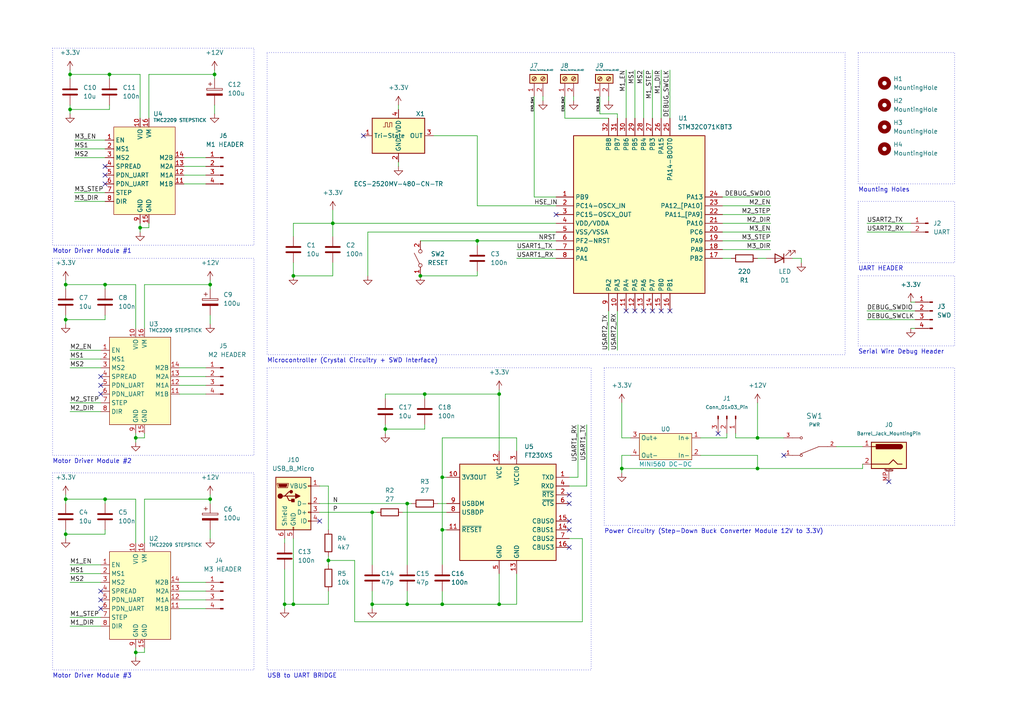
<source format=kicad_sch>
(kicad_sch (version 20230121) (generator eeschema)
  (paper "A4")
  (title_block (title "Stepper Motor Control Board") (rev "1") (company "Designers: Noah King, Junhee Lee"))
  (lib_symbols
    (symbol "Connector:Barrel_Jack_MountingPin" (pin_names hide)
      (property "Reference" "J1" (at 0 5.08 0))
      (property "Value" "Barrel_Jack_MountingPin" (at 0 -10.16 0))
      (symbol "Barrel_Jack_MountingPin_1_1"
        (text "Mounting" (at 0 -4.191 0) (effects (font (size 0.381 0.381))))
        (pin power_out line (at 7.62 2.54 180) (length 2.54) (name "~") (number "1"))
        (pin power_out line (at 7.62 -2.54 180) (length 2.54) (name "~") (number "2"))
        (pin passive line (at 0 -7.62 90) (length 3.048) (name "MountPin") (number "MP"))
      )
    )
    (symbol "Connector:Conn_01x02_Pin" (pin_names (offset 1.016) hide)
      (property "Reference" "J" (at 0 2.54 0))
      (property "Value" "Conn_01x02_Pin" (at 0 -5.08 0))
      (symbol "Conn_01x02_Pin_1_1"
        (pin passive line (at 5.08 0 180) (length 3.81) (name "Pin_1") (number "1"))
        (pin passive line (at 5.08 -2.54 180) (length 3.81) (name "Pin_2") (number "2"))
      )
    )
    (symbol "Connector:Conn_01x03_Pin" (pin_names (offset 1.016) hide)
      (property "Reference" "J" (at 0 5.08 0))
      (property "Value" "Conn_01x03_Pin" (at 0 -5.08 0))
      (symbol "Conn_01x03_Pin_1_1"
        (pin passive line (at 5.08 2.54 180) (length 3.81) (name "Pin_1") (number "1"))
        (pin passive line (at 5.08 0 180) (length 3.81) (name "Pin_2") (number "2"))
        (pin passive line (at 5.08 -2.54 180) (length 3.81) (name "Pin_3") (number "3"))
      )
    )
    (symbol "Connector:Conn_01x04_Pin" (pin_names (offset 1.016) hide)
      (property "Reference" "J" (at 0 5.08 0))
      (property "Value" "Conn_01x04_Pin" (at 0 -7.62 0))
      (symbol "Conn_01x04_Pin_1_1"
        (pin passive line (at 5.08 2.54 180) (length 3.81) (name "Pin_1") (number "1"))
        (pin passive line (at 5.08 0 180) (length 3.81) (name "Pin_2") (number "2"))
        (pin passive line (at 5.08 -2.54 180) (length 3.81) (name "Pin_3") (number "3"))
        (pin passive line (at 5.08 -5.08 180) (length 3.81) (name "Pin_4") (number "4"))
      )
    )
    (symbol "Connector:Screw_Terminal_01x02" (pin_names (offset 1.016) hide)
      (property "Reference" "J" (at 0 2.54 0))
      (property "Value" "Screw_Terminal_01x02" (at 0 -5.08 0))
      (symbol "Screw_Terminal_01x02_1_1"
        (pin passive line (at -5.08 0 0) (length 3.81) (name "Pin_1") (number "1"))
        (pin passive line (at -5.08 -2.54 0) (length 3.81) (name "Pin_2") (number "2"))
      )
    )
    (symbol "Connector:USB_B_Micro" (pin_names (offset 1.016))
      (property "Reference" "J10" (at 0 12.7 0))
      (property "Value" "USB_B_Micro" (at 0 10.16 0))
      (symbol "USB_B_Micro_1_1"
        (pin power_out line (at 7.62 5.08 180) (length 2.54) (name "VBUS") (number "1"))
        (pin bidirectional line (at 7.62 0 180) (length 2.54) (name "D-") (number "2"))
        (pin bidirectional line (at 7.62 -2.54 180) (length 2.54) (name "D+") (number "3"))
        (pin passive line (at 7.62 -5.08 180) (length 2.54) (name "ID") (number "4"))
        (pin power_out line (at 0 -10.16 90) (length 2.54) (name "GND") (number "5"))
        (pin passive line (at -2.54 -10.16 90) (length 2.54) (name "Shield") (number "6"))
      )
    )
    (symbol "Device:C" (pin_numbers hide) (pin_names (offset 0.254))
      (property "Reference" "C" (at 0.635 2.54 0))
      (property "Value" "C" (at 0.635 -2.54 0))
      (symbol "C_1_1"
        (pin passive line (at 0 3.81 270) (length 2.794) (name "~") (number "1"))
        (pin passive line (at 0 -3.81 90) (length 2.794) (name "~") (number "2"))
      )
    )
    (symbol "Device:C_Polarized" (pin_numbers hide) (pin_names (offset 0.254))
      (property "Reference" "C" (at 0.635 2.54 0))
      (property "Value" "C_Polarized" (at 0.635 -2.54 0))
      (symbol "C_Polarized_1_1"
        (pin passive line (at 0 3.81 270) (length 2.794) (name "~") (number "1"))
        (pin passive line (at 0 -3.81 90) (length 2.794) (name "~") (number "2"))
      )
    )
    (symbol "Device:LED" (pin_numbers hide) (pin_names (offset 1.016) hide)
      (property "Reference" "D" (at 0 2.54 0))
      (property "Value" "LED" (at 0 -2.54 0))
      (symbol "LED_1_1"
        (pin passive line (at -3.81 0 0) (length 2.54) (name "K") (number "1"))
        (pin passive line (at 3.81 0 180) (length 2.54) (name "A") (number "2"))
      )
    )
    (symbol "Device:R" (pin_numbers hide) (pin_names (offset 0))
      (property "Reference" "R" (at 2.032 0 90))
      (property "Value" "R" (at 0 0 90))
      (symbol "R_1_1"
        (pin passive line (at 0 3.81 270) (length 1.27) (name "~") (number "1"))
        (pin passive line (at 0 -3.81 90) (length 1.27) (name "~") (number "2"))
      )
    )
    (symbol "Interface_USB:FT230XS"
      (property "Reference" "U" (at -13.97 15.24 0))
      (property "Value" "FT230XS" (at 7.62 15.24 0))
      (symbol "FT230XS_1_1"
        (pin output line (at 17.78 10.16 180) (length 3.81) (name "TXD") (number "1"))
        (pin power_out line (at -17.78 10.16 0) (length 3.81) (name "3V3OUT") (number "10"))
        (pin input line (at -17.78 -5.08 0) (length 3.81) (name "~{RESET}") (number "11"))
        (pin power_in line (at -2.54 17.78 270) (length 3.81) (name "VCC") (number "12"))
        (pin power_in line (at 2.54 -17.78 90) (length 3.81) (name "GND") (number "13"))
        (pin bidirectional line (at 17.78 -5.08 180) (length 3.81) (name "CBUS1") (number "14"))
        (pin bidirectional line (at 17.78 -2.54 180) (length 3.81) (name "CBUS0") (number "15"))
        (pin bidirectional line (at 17.78 -10.16 180) (length 3.81) (name "CBUS3") (number "16"))
        (pin output line (at 17.78 5.08 180) (length 3.81) (name "~{RTS}") (number "2"))
        (pin power_in line (at 2.54 17.78 270) (length 3.81) (name "VCCIO") (number "3"))
        (pin input line (at 17.78 7.62 180) (length 3.81) (name "RXD") (number "4"))
        (pin power_in line (at -2.54 -17.78 90) (length 3.81) (name "GND") (number "5"))
        (pin input line (at 17.78 2.54 180) (length 3.81) (name "~{CTS}") (number "6"))
        (pin bidirectional line (at 17.78 -7.62 180) (length 3.81) (name "CBUS2") (number "7"))
        (pin bidirectional line (at -17.78 0 0) (length 3.81) (name "USBDP") (number "8"))
        (pin bidirectional line (at -17.78 2.54 0) (length 3.81) (name "USBDM") (number "9"))
      )
    )
    (symbol "Mechanical:MountingHole" (pin_names (offset 1.016))
      (property "Reference" "H" (at 0 5.08 0))
      (property "Value" "MountingHole" (at 0 3.175 0))
    )
    (symbol "Noah's Library:500SSP1S1M6QEA" (pin_names (offset 1.016))
      (property "Reference" "S" (at -2.54 5.08 0))
      (property "Value" "500SSP1S1M6QEA" (at -2.54 -5.08 0))
      (symbol "500SSP1S1M6QEA_0_0"
        (pin passive line (at 7.62 2.54 180) (length 2.54) (name "~") (number "1"))
        (pin passive line (at -7.62 0 0) (length 2.54) (name "~") (number "2"))
        (pin passive line (at 7.62 -2.54 180) (length 2.54) (name "~") (number "3"))
      )
    )
    (symbol "Noah's Library:MINI560"
      (property "Reference" "U0" (at 0 5.08 0))
      (symbol "MINI560_1_1"
        (text "MINI560 DC-DC\n" (at 0 -5.08 0) (effects (font (size 1.27 1.27))))
        (pin input line (at -10.16 2.54 0) (length 2.54) (name "In+") (number "1"))
        (pin input line (at -10.16 -2.54 0) (length 2.54) (name "In-") (number "2"))
        (pin power_out line (at 10.16 2.54 180) (length 2.54) (name "Out+") (number "3"))
        (pin power_in line (at 10.16 -2.54 180) (length 2.54) (name "Out-") (number "4"))
      )
    )
    (symbol "Noah's Library:TMC2209_STEPSTICK"
      (property "Reference" "U" (at 7.62 13.97 0))
      (symbol "TMC2209_STEPSTICK_1_1"
        (pin input line (at -11.43 8.89 0) (length 2.54) (name "EN") (number "1"))
        (pin power_in line (at -1.27 15.24 270) (length 2.54) (name "VIO") (number "10"))
        (pin output line (at 11.43 -3.81 180) (length 2.54) (name "M1B") (number "11"))
        (pin output line (at 11.43 -1.27 180) (length 2.54) (name "M1A") (number "12"))
        (pin output line (at 11.43 1.27 180) (length 2.54) (name "M2A") (number "13"))
        (pin output line (at 11.43 3.81 180) (length 2.54) (name "M2B") (number "14"))
        (pin power_in line (at 1.27 -15.24 90) (length 2.54) (name "GND") (number "15"))
        (pin power_in line (at 1.27 15.24 270) (length 2.54) (name "VM") (number "16"))
        (pin input line (at -11.43 6.35 0) (length 2.54) (name "MS1") (number "2"))
        (pin input line (at -11.43 3.81 0) (length 2.54) (name "MS2") (number "3"))
        (pin input line (at -11.43 1.27 0) (length 2.54) (name "SPREAD") (number "4"))
        (pin input line (at -11.43 -1.27 0) (length 2.54) (name "PDN_UART") (number "5"))
        (pin input line (at -11.43 -3.81 0) (length 2.54) (name "PDN_UART") (number "6"))
        (pin input line (at -11.43 -6.35 0) (length 2.54) (name "STEP") (number "7"))
        (pin input line (at -11.43 -8.89 0) (length 2.54) (name "DIR") (number "8"))
        (pin power_in line (at -1.27 -15.24 90) (length 2.54) (name "GND") (number "9"))
      )
    )
    (symbol "Oscillator:ECS-2520MV-xxx-xx"
      (property "Reference" "X" (at -5.08 6.35 0))
      (property "Value" "ECS-2520MV-xxx-xx" (at 1.27 -6.35 0))
      (symbol "ECS-2520MV-xxx-xx_1_1"
        (pin input line (at -10.16 0 0) (length 2.54) (name "Tri-State") (number "1"))
        (pin power_in line (at 0 -7.62 90) (length 2.54) (name "GND") (number "2"))
        (pin output line (at 10.16 0 180) (length 2.54) (name "OUT") (number "3"))
        (pin power_in line (at 0 7.62 270) (length 2.54) (name "VDD") (number "4"))
      )
    )
    (symbol "STM32C071KBT3:STM32C071KBT3"
      (property "Reference" "IC" (at 44.45 22.86 0))
      (property "Value" "STM32C071KBT3" (at 44.45 20.32 0))
      (symbol "STM32C071KBT3_1_1"
        (pin passive line (at 0 0 0) (length 5.08) (name "PB9") (number "1"))
        (pin passive line (at 17.78 -33.02 90) (length 5.08) (name "PA3") (number "10"))
        (pin passive line (at 20.32 -33.02 90) (length 5.08) (name "PA4") (number "11"))
        (pin passive line (at 22.86 -33.02 90) (length 5.08) (name "PA5") (number "12"))
        (pin passive line (at 25.4 -33.02 90) (length 5.08) (name "PA6") (number "13"))
        (pin passive line (at 27.94 -33.02 90) (length 5.08) (name "PA7") (number "14"))
        (pin passive line (at 30.48 -33.02 90) (length 5.08) (name "PB0") (number "15"))
        (pin passive line (at 33.02 -33.02 90) (length 5.08) (name "PB1") (number "16"))
        (pin passive line (at 48.26 -17.78 180) (length 5.08) (name "PB2") (number "17"))
        (pin passive line (at 48.26 -15.24 180) (length 5.08) (name "PA8") (number "18"))
        (pin passive line (at 48.26 -12.7 180) (length 5.08) (name "PA9") (number "19"))
        (pin passive line (at 0 -2.54 0) (length 5.08) (name "PC14-OSCX_IN") (number "2"))
        (pin passive line (at 48.26 -10.16 180) (length 5.08) (name "PC6") (number "20"))
        (pin passive line (at 48.26 -7.62 180) (length 5.08) (name "PA10") (number "21"))
        (pin passive line (at 48.26 -5.08 180) (length 5.08) (name "PA11_[PA9]") (number "22"))
        (pin passive line (at 48.26 -2.54 180) (length 5.08) (name "PA12_[PA10]") (number "23"))
        (pin passive line (at 48.26 0 180) (length 5.08) (name "PA13") (number "24"))
        (pin passive line (at 33.02 22.86 270) (length 5.08) (name "PA14-BOOT0") (number "25"))
        (pin passive line (at 30.48 22.86 270) (length 5.08) (name "PA15") (number "26"))
        (pin passive line (at 27.94 22.86 270) (length 5.08) (name "PB3") (number "27"))
        (pin passive line (at 25.4 22.86 270) (length 5.08) (name "PB4") (number "28"))
        (pin passive line (at 22.86 22.86 270) (length 5.08) (name "PB5") (number "29"))
        (pin passive line (at 0 -5.08 0) (length 5.08) (name "PC15-OSCX_OUT") (number "3"))
        (pin passive line (at 20.32 22.86 270) (length 5.08) (name "PB6") (number "30"))
        (pin passive line (at 17.78 22.86 270) (length 5.08) (name "PB7") (number "31"))
        (pin passive line (at 15.24 22.86 270) (length 5.08) (name "PB8") (number "32"))
        (pin passive line (at 0 -7.62 0) (length 5.08) (name "VDD/VDDA") (number "4"))
        (pin passive line (at 0 -10.16 0) (length 5.08) (name "VSS/VSSA") (number "5"))
        (pin passive line (at 0 -12.7 0) (length 5.08) (name "PF2-NRST") (number "6"))
        (pin passive line (at 0 -15.24 0) (length 5.08) (name "PA0") (number "7"))
        (pin passive line (at 0 -17.78 0) (length 5.08) (name "PA1") (number "8"))
        (pin passive line (at 15.24 -33.02 90) (length 5.08) (name "PA2") (number "9"))
      )
    )
    (symbol "Switch:SW_SPST" (pin_names (offset 0) hide)
      (property "Reference" "SW" (at 0 3.175 0))
      (property "Value" "SW_SPST" (at 0 -2.54 0))
      (symbol "SW_SPST_1_1"
        (pin passive line (at -5.08 0 0) (length 2.54) (name "A") (number "1"))
        (pin passive line (at 5.08 0 180) (length 2.54) (name "B") (number "2"))
      )
    )
    (symbol "power:+12V" (power) (pin_names (offset 0))
      (property "Value" "+12V" (at 0 3.556 0))
      (symbol "+12V_1_1"
        (pin power_in line (at 0 0 90) (length 0) hide (name "+12V") (number "1"))
      )
    )
    (symbol "power:+3.3V" (power) (pin_names (offset 0))
      (property "Value" "+3.3V" (at 0 3.556 0))
      (symbol "+3.3V_1_1"
        (pin power_in line (at 0 0 90) (length 0) hide (name "+3.3V") (number "1"))
      )
    )
    (symbol "power:GND" (power) (pin_names (offset 0))
      (property "Value" "GND" (at 0 -3.81 0))
      (symbol "GND_1_1"
        (pin power_in line (at 0 0 270) (length 0) hide (name "GND") (number "1"))
      )
    )
  )
  (junction (at 19.05 82.55))
  (junction (at 30.48 144.78))
  (junction (at 138.43 69.85))
  (junction (at 82.55 175.26))
  (junction (at 39.37 127))
  (junction (at 30.48 82.55))
  (junction (at 85.09 80.01))
  (junction (at 219.71 135.89))
  (junction (at 128.27 138.43))
  (junction (at 19.05 144.78))
  (junction (at 19.05 92.71))
  (junction (at 60.96 82.55))
  (junction (at 123.19 114.3))
  (junction (at 40.64 66.04))
  (junction (at 107.95 175.26))
  (junction (at 180.34 135.89))
  (junction (at 128.27 175.26))
  (junction (at 39.37 189.23))
  (junction (at 128.27 153.67))
  (junction (at 62.23 21.59))
  (junction (at 20.32 31.75))
  (junction (at 96.52 64.77))
  (junction (at 144.78 114.3))
  (junction (at 31.75 21.59))
  (junction (at 144.78 175.26))
  (junction (at 219.71 127))
  (junction (at 60.96 144.78))
  (junction (at 85.09 175.26))
  (junction (at 20.32 21.59))
  (junction (at 118.11 146.05))
  (junction (at 107.95 148.59))
  (junction (at 95.25 162.56))
  (junction (at 121.92 80.01))
  (junction (at 118.11 175.26))
  (junction (at 19.05 154.94))
  (junction (at 111.76 124.46))
  (no_connect (at 30.48 50.8))
  (no_connect (at 165.1 146.05))
  (no_connect (at 30.48 48.26))
  (no_connect (at 189.23 90.17))
  (no_connect (at 29.21 171.45))
  (no_connect (at 165.1 158.75))
  (no_connect (at 165.1 143.51))
  (no_connect (at 92.71 151.13))
  (no_connect (at 29.21 114.3))
  (no_connect (at 184.15 90.17))
  (no_connect (at 29.21 176.53))
  (no_connect (at 186.69 90.17))
  (no_connect (at 194.31 90.17))
  (no_connect (at 105.41 39.37))
  (no_connect (at 29.21 109.22))
  (no_connect (at 161.29 62.23))
  (no_connect (at 165.1 153.67))
  (no_connect (at 29.21 173.99))
  (no_connect (at 191.77 90.17))
  (no_connect (at 208.28 125.73))
  (no_connect (at 257.81 139.7))
  (no_connect (at 181.61 90.17))
  (no_connect (at 29.21 111.76))
  (no_connect (at 165.1 151.13))
  (no_connect (at 227.33 132.08))
  (no_connect (at 30.48 53.34))
  (wire (pts (xy 118.11 171.45) (xy 118.11 175.26)))
  (wire (pts (xy 19.05 154.94) (xy 19.05 156.21)))
  (wire (pts (xy 52.07 176.53) (xy 59.69 176.53)))
  (wire (pts (xy 21.59 40.64) (xy 30.48 40.64)))
  (wire (pts (xy 96.52 64.77) (xy 85.09 64.77)))
  (wire (pts (xy 30.48 144.78) (xy 39.37 144.78)))
  (wire (pts (xy 179.07 34.29) (xy 179.07 33.02)))
  (wire (pts (xy 219.71 135.89) (xy 250.19 135.89)))
  (wire (pts (xy 20.32 30.48) (xy 20.32 31.75)))
  (wire (pts (xy 213.36 127) (xy 213.36 125.73)))
  (wire (pts (xy 149.86 72.39) (xy 161.29 72.39)))
  (wire (pts (xy 149.86 74.93) (xy 161.29 74.93)))
  (wire (pts (xy 209.55 59.69) (xy 223.52 59.69)))
  (wire (pts (xy 102.87 162.56) (xy 102.87 180.34)))
  (wire (pts (xy 95.25 162.56) (xy 95.25 163.83)))
  (wire (pts (xy 107.95 163.83) (xy 107.95 148.59)))
  (wire (pts (xy 19.05 82.55) (xy 30.48 82.55)))
  (wire (pts (xy 121.92 80.01) (xy 138.43 80.01)))
  (wire (pts (xy 154.94 57.15) (xy 161.29 57.15)))
  (wire (pts (xy 118.11 146.05) (xy 118.11 163.83)))
  (wire (pts (xy 229.87 74.93) (xy 232.41 74.93)))
  (wire (pts (xy 180.34 135.89) (xy 180.34 137.16)))
  (wire (pts (xy 41.91 82.55) (xy 41.91 95.25)))
  (wire (pts (xy 106.68 80.01) (xy 106.68 67.31)))
  (wire (pts (xy 166.37 27.94) (xy 166.37 29.21)))
  (wire (pts (xy 210.82 125.73) (xy 210.82 127)))
  (wire (pts (xy 19.05 153.67) (xy 19.05 154.94)))
  (wire (pts (xy 219.71 135.89) (xy 219.71 132.08)))
  (wire (pts (xy 138.43 78.74) (xy 138.43 80.01)))
  (wire (pts (xy 209.55 69.85) (xy 223.52 69.85)))
  (wire (pts (xy 176.53 90.17) (xy 176.53 101.6)))
  (wire (pts (xy 116.84 148.59) (xy 129.54 148.59)))
  (wire (pts (xy 128.27 138.43) (xy 128.27 153.67)))
  (wire (pts (xy 96.52 64.77) (xy 96.52 68.58)))
  (wire (pts (xy 41.91 144.78) (xy 41.91 157.48)))
  (wire (pts (xy 41.91 82.55) (xy 60.96 82.55)))
  (wire (pts (xy 19.05 92.71) (xy 19.05 93.98)))
  (wire (pts (xy 219.71 116.84) (xy 219.71 127)))
  (wire (pts (xy 31.75 21.59) (xy 31.75 22.86)))
  (wire (pts (xy 60.96 153.67) (xy 60.96 156.21)))
  (wire (pts (xy 43.18 64.77) (xy 43.18 66.04)))
  (wire (pts (xy 30.48 91.44) (xy 30.48 92.71)))
  (wire (pts (xy 21.59 58.42) (xy 30.48 58.42)))
  (wire (pts (xy 168.91 156.21) (xy 168.91 180.34)))
  (wire (pts (xy 39.37 189.23) (xy 39.37 190.5)))
  (wire (pts (xy 170.18 140.97) (xy 165.1 140.97)))
  (wire (pts (xy 52.07 168.91) (xy 59.69 168.91)))
  (wire (pts (xy 95.25 161.29) (xy 95.25 162.56)))
  (wire (pts (xy 85.09 64.77) (xy 85.09 68.58)))
  (wire (pts (xy 20.32 166.37) (xy 29.21 166.37)))
  (wire (pts (xy 125.73 39.37) (xy 138.43 39.37)))
  (wire (pts (xy 95.25 162.56) (xy 102.87 162.56)))
  (wire (pts (xy 20.32 31.75) (xy 31.75 31.75)))
  (wire (pts (xy 19.05 81.28) (xy 19.05 82.55)))
  (wire (pts (xy 95.25 140.97) (xy 95.25 153.67)))
  (wire (pts (xy 111.76 124.46) (xy 123.19 124.46)))
  (wire (pts (xy 123.19 124.46) (xy 123.19 123.19)))
  (wire (pts (xy 41.91 125.73) (xy 41.91 127)))
  (wire (pts (xy 85.09 80.01) (xy 96.52 80.01)))
  (wire (pts (xy 20.32 179.07) (xy 29.21 179.07)))
  (wire (pts (xy 85.09 76.2) (xy 85.09 80.01)))
  (wire (pts (xy 107.95 148.59) (xy 109.22 148.59)))
  (wire (pts (xy 251.46 64.77) (xy 264.16 64.77)))
  (wire (pts (xy 52.07 109.22) (xy 59.69 109.22)))
  (wire (pts (xy 209.55 62.23) (xy 223.52 62.23)))
  (wire (pts (xy 209.55 72.39) (xy 223.52 72.39)))
  (wire (pts (xy 21.59 43.18) (xy 30.48 43.18)))
  (wire (pts (xy 180.34 132.08) (xy 182.88 132.08)))
  (wire (pts (xy 19.05 144.78) (xy 19.05 146.05)))
  (wire (pts (xy 31.75 21.59) (xy 40.64 21.59)))
  (wire (pts (xy 186.69 20.32) (xy 186.69 34.29)))
  (wire (pts (xy 82.55 157.48) (xy 82.55 156.21)))
  (wire (pts (xy 96.52 64.77) (xy 161.29 64.77)))
  (wire (pts (xy 184.15 20.32) (xy 184.15 34.29)))
  (wire (pts (xy 144.78 175.26) (xy 149.86 175.26)))
  (wire (pts (xy 121.92 69.85) (xy 138.43 69.85)))
  (wire (pts (xy 19.05 91.44) (xy 19.05 92.71)))
  (wire (pts (xy 128.27 175.26) (xy 118.11 175.26)))
  (wire (pts (xy 62.23 30.48) (xy 62.23 33.02)))
  (wire (pts (xy 242.57 129.54) (xy 250.19 129.54)))
  (wire (pts (xy 128.27 153.67) (xy 129.54 153.67)))
  (wire (pts (xy 107.95 175.26) (xy 118.11 175.26)))
  (wire (pts (xy 20.32 163.83) (xy 29.21 163.83)))
  (wire (pts (xy 128.27 153.67) (xy 128.27 163.83)))
  (wire (pts (xy 40.64 66.04) (xy 40.64 67.31)))
  (wire (pts (xy 19.05 82.55) (xy 19.05 83.82)))
  (wire (pts (xy 40.64 64.77) (xy 40.64 66.04)))
  (wire (pts (xy 154.94 27.94) (xy 154.94 57.15)))
  (wire (pts (xy 40.64 66.04) (xy 43.18 66.04)))
  (wire (pts (xy 60.96 144.78) (xy 60.96 146.05)))
  (wire (pts (xy 128.27 175.26) (xy 144.78 175.26)))
  (wire (pts (xy 85.09 156.21) (xy 85.09 175.26)))
  (wire (pts (xy 111.76 114.3) (xy 123.19 114.3)))
  (wire (pts (xy 180.34 127) (xy 182.88 127)))
  (wire (pts (xy 111.76 124.46) (xy 111.76 125.73)))
  (wire (pts (xy 138.43 69.85) (xy 138.43 71.12)))
  (wire (pts (xy 39.37 127) (xy 41.91 127)))
  (wire (pts (xy 82.55 165.1) (xy 82.55 175.26)))
  (wire (pts (xy 128.27 127) (xy 128.27 138.43)))
  (wire (pts (xy 123.19 114.3) (xy 144.78 114.3)))
  (wire (pts (xy 82.55 175.26) (xy 82.55 176.53)))
  (wire (pts (xy 62.23 20.32) (xy 62.23 21.59)))
  (wire (pts (xy 213.36 127) (xy 219.71 127)))
  (wire (pts (xy 60.96 143.51) (xy 60.96 144.78)))
  (wire (pts (xy 144.78 166.37) (xy 144.78 175.26)))
  (wire (pts (xy 19.05 154.94) (xy 30.48 154.94)))
  (wire (pts (xy 39.37 82.55) (xy 39.37 95.25)))
  (wire (pts (xy 20.32 31.75) (xy 20.32 33.02)))
  (wire (pts (xy 20.32 104.14) (xy 29.21 104.14)))
  (wire (pts (xy 52.07 106.68) (xy 59.69 106.68)))
  (wire (pts (xy 179.07 90.17) (xy 179.07 101.6)))
  (wire (pts (xy 60.96 82.55) (xy 60.96 83.82)))
  (wire (pts (xy 251.46 67.31) (xy 264.16 67.31)))
  (wire (pts (xy 163.83 27.94) (xy 163.83 34.29)))
  (wire (pts (xy 52.07 114.3) (xy 59.69 114.3)))
  (wire (pts (xy 219.71 127) (xy 227.33 127)))
  (wire (pts (xy 43.18 21.59) (xy 62.23 21.59)))
  (wire (pts (xy 52.07 173.99) (xy 59.69 173.99)))
  (wire (pts (xy 102.87 180.34) (xy 168.91 180.34)))
  (wire (pts (xy 115.57 30.48) (xy 115.57 31.75)))
  (wire (pts (xy 30.48 144.78) (xy 30.48 146.05)))
  (wire (pts (xy 30.48 82.55) (xy 30.48 83.82)))
  (wire (pts (xy 209.55 64.77) (xy 223.52 64.77)))
  (wire (pts (xy 53.34 53.34) (xy 59.69 53.34)))
  (wire (pts (xy 60.96 91.44) (xy 60.96 93.98)))
  (wire (pts (xy 203.2 132.08) (xy 219.71 132.08)))
  (wire (pts (xy 40.64 21.59) (xy 40.64 34.29)))
  (wire (pts (xy 180.34 132.08) (xy 180.34 135.89)))
  (wire (pts (xy 179.07 33.02) (xy 173.99 33.02)))
  (wire (pts (xy 168.91 156.21) (xy 165.1 156.21)))
  (wire (pts (xy 209.55 67.31) (xy 223.52 67.31)))
  (wire (pts (xy 41.91 187.96) (xy 41.91 189.23)))
  (wire (pts (xy 20.32 181.61) (xy 29.21 181.61)))
  (wire (pts (xy 60.96 81.28) (xy 60.96 82.55)))
  (wire (pts (xy 128.27 171.45) (xy 128.27 175.26)))
  (wire (pts (xy 149.86 130.81) (xy 149.86 127)))
  (wire (pts (xy 111.76 115.57) (xy 111.76 114.3)))
  (wire (pts (xy 167.64 138.43) (xy 165.1 138.43)))
  (wire (pts (xy 128.27 138.43) (xy 129.54 138.43)))
  (wire (pts (xy 111.76 123.19) (xy 111.76 124.46)))
  (wire (pts (xy 251.46 90.17) (xy 265.43 90.17)))
  (wire (pts (xy 107.95 175.26) (xy 107.95 176.53)))
  (wire (pts (xy 180.34 116.84) (xy 180.34 127)))
  (wire (pts (xy 95.25 171.45) (xy 95.25 175.26)))
  (wire (pts (xy 53.34 48.26) (xy 59.69 48.26)))
  (wire (pts (xy 170.18 123.19) (xy 170.18 140.97)))
  (wire (pts (xy 189.23 20.32) (xy 189.23 34.29)))
  (wire (pts (xy 20.32 20.32) (xy 20.32 21.59)))
  (wire (pts (xy 52.07 111.76) (xy 59.69 111.76)))
  (wire (pts (xy 41.91 144.78) (xy 60.96 144.78)))
  (wire (pts (xy 53.34 50.8) (xy 59.69 50.8)))
  (wire (pts (xy 53.34 45.72) (xy 59.69 45.72)))
  (wire (pts (xy 144.78 114.3) (xy 144.78 130.81)))
  (wire (pts (xy 20.32 21.59) (xy 31.75 21.59)))
  (wire (pts (xy 20.32 21.59) (xy 20.32 22.86)))
  (wire (pts (xy 264.16 95.25) (xy 265.43 95.25)))
  (wire (pts (xy 138.43 69.85) (xy 161.29 69.85)))
  (wire (pts (xy 138.43 59.69) (xy 161.29 59.69)))
  (wire (pts (xy 194.31 20.32) (xy 194.31 34.29)))
  (wire (pts (xy 43.18 21.59) (xy 43.18 34.29)))
  (wire (pts (xy 92.71 146.05) (xy 118.11 146.05)))
  (wire (pts (xy 203.2 127) (xy 210.82 127)))
  (wire (pts (xy 21.59 55.88) (xy 30.48 55.88)))
  (wire (pts (xy 232.41 74.93) (xy 232.41 76.2)))
  (wire (pts (xy 264.16 87.63) (xy 265.43 87.63)))
  (wire (pts (xy 115.57 46.99) (xy 115.57 48.26)))
  (wire (pts (xy 20.32 116.84) (xy 29.21 116.84)))
  (wire (pts (xy 31.75 30.48) (xy 31.75 31.75)))
  (wire (pts (xy 149.86 175.26) (xy 149.86 166.37)))
  (wire (pts (xy 209.55 57.15) (xy 223.52 57.15)))
  (wire (pts (xy 118.11 146.05) (xy 119.38 146.05)))
  (wire (pts (xy 209.55 74.93) (xy 212.09 74.93)))
  (wire (pts (xy 191.77 20.32) (xy 191.77 34.29)))
  (wire (pts (xy 180.34 135.89) (xy 219.71 135.89)))
  (wire (pts (xy 62.23 21.59) (xy 62.23 22.86)))
  (wire (pts (xy 95.25 175.26) (xy 85.09 175.26)))
  (wire (pts (xy 250.19 134.62) (xy 250.19 135.89)))
  (wire (pts (xy 251.46 92.71) (xy 265.43 92.71)))
  (wire (pts (xy 176.53 27.94) (xy 176.53 29.21)))
  (wire (pts (xy 123.19 114.3) (xy 123.19 115.57)))
  (wire (pts (xy 20.32 168.91) (xy 29.21 168.91)))
  (wire (pts (xy 144.78 113.03) (xy 144.78 114.3)))
  (wire (pts (xy 149.86 127) (xy 128.27 127)))
  (wire (pts (xy 20.32 101.6) (xy 29.21 101.6)))
  (wire (pts (xy 20.32 106.68) (xy 29.21 106.68)))
  (wire (pts (xy 39.37 144.78) (xy 39.37 157.48)))
  (wire (pts (xy 96.52 60.96) (xy 96.52 64.77)))
  (wire (pts (xy 92.71 148.59) (xy 107.95 148.59)))
  (wire (pts (xy 39.37 187.96) (xy 39.37 189.23)))
  (wire (pts (xy 30.48 82.55) (xy 39.37 82.55)))
  (wire (pts (xy 39.37 127) (xy 39.37 128.27)))
  (wire (pts (xy 85.09 175.26) (xy 82.55 175.26)))
  (wire (pts (xy 19.05 143.51) (xy 19.05 144.78)))
  (wire (pts (xy 167.64 123.19) (xy 167.64 138.43)))
  (wire (pts (xy 157.48 27.94) (xy 157.48 29.21)))
  (wire (pts (xy 21.59 45.72) (xy 30.48 45.72)))
  (wire (pts (xy 173.99 33.02) (xy 173.99 27.94)))
  (wire (pts (xy 106.68 67.31) (xy 161.29 67.31)))
  (wire (pts (xy 19.05 144.78) (xy 30.48 144.78)))
  (wire (pts (xy 20.32 119.38) (xy 29.21 119.38)))
  (wire (pts (xy 52.07 171.45) (xy 59.69 171.45)))
  (wire (pts (xy 181.61 20.32) (xy 181.61 34.29)))
  (wire (pts (xy 127 146.05) (xy 129.54 146.05)))
  (wire (pts (xy 39.37 125.73) (xy 39.37 127)))
  (wire (pts (xy 163.83 34.29) (xy 176.53 34.29)))
  (wire (pts (xy 138.43 39.37) (xy 138.43 59.69)))
  (wire (pts (xy 107.95 171.45) (xy 107.95 175.26)))
  (wire (pts (xy 219.71 74.93) (xy 222.25 74.93)))
  (wire (pts (xy 39.37 189.23) (xy 41.91 189.23)))
  (wire (pts (xy 30.48 153.67) (xy 30.48 154.94)))
  (wire (pts (xy 92.71 140.97) (xy 95.25 140.97)))
  (wire (pts (xy 96.52 80.01) (xy 96.52 76.2)))
  (wire (pts (xy 19.05 92.71) (xy 30.48 92.71)))
  (rectangle (start 15.24 74.93) (end 73.66 132.08) (stroke (width 0) (type dot)))
  (rectangle (start 15.24 13.97) (end 73.66 71.12) (stroke (width 0) (type dot)))
  (rectangle (start 248.92 15.24) (end 276.86 53.34) (stroke (width 0) (type dot)))
  (rectangle (start 15.24 137.16) (end 73.66 194.31) (stroke (width 0) (type dot)))
  (rectangle (start 175.26 106.68) (end 276.86 152.4) (stroke (width 0) (type dot)))
  (rectangle (start 248.92 80.01) (end 276.86 100.33) (stroke (width 0) (type dot)))
  (rectangle (start 248.92 58.42) (end 276.86 76.2) (stroke (width 0) (type dot)))
  (rectangle (start 77.47 15.24) (end 245.11 102.87) (stroke (width 0) (type dot)))
  (rectangle (start 77.47 106.68) (end 171.45 194.31) (stroke (width 0) (type dot)))
  (text "Motor Driver Module #2\n" (at 15.24 134.62 0) (effects (font (size 1.27 1.27)) (justify left bottom)))
  (text "UART HEADER\n" (at 248.92 78.74 0) (effects (font (size 1.27 1.27)) (justify left bottom)))
  (text "Serial Wire Debug Header" (at 248.92 102.87 0) (effects (font (size 1.27 1.27)) (justify left bottom)))
  (text "Motor Driver Module #1\n" (at 15.24 73.66 0) (effects (font (size 1.27 1.27)) (justify left bottom)))
  (text "Power Circuitry (Step-Down Buck Converter Module 12V to 3.3V)" (at 175.26 154.94 0) (effects (font (size 1.27 1.27)) (justify left bottom)))
  (text "USB to UART BRIDGE\n" (at 77.47 196.85 0) (effects (font (size 1.27 1.27)) (justify left bottom)))
  (text "Mounting Holes\n" (at 248.92 55.88 0) (effects (font (size 1.27 1.27)) (justify left bottom)))
  (text "Microcontroller (Crystal Circuitry + SWD Interface)" (at 77.47 105.41 0) (effects (font (size 1.27 1.27)) (justify left bottom)))
  (text "Motor Driver Module #3" (at 15.24 196.85 0) (effects (font (size 1.27 1.27)) (justify left bottom)))
  (label "MS1" (at 20.32 166.37 0))
  (label "END_SW1" (at 154.94 27.94 270) (effects (font (size 0.635 0.635))))
  (label "HSE_IN" (at 154.94 59.69 0))
  (label "M3_STEP" (at 223.52 69.85 180))
  (label "P" (at 96.52 148.59 0))
  (label "M2_DIR" (at 223.52 64.77 180))
  (label "MS1" (at 20.32 104.14 0))
  (label "USART2_TX" (at 251.46 64.77 0))
  (label "USART2_RX" (at 179.07 101.6 90))
  (label "M3_DIR" (at 21.59 58.42 0))
  (label "M1_DIR" (at 20.32 181.61 0))
  (label "M2_EN" (at 223.52 59.69 180))
  (label "M1_STEP" (at 189.23 20.32 270))
  (label "USART1_TX" (at 149.86 72.39 0))
  (label "USART2_TX" (at 176.53 101.6 90))
  (label "USART1_TX" (at 170.18 123.19 270))
  (label "END_SW2" (at 163.83 27.94 270) (effects (font (size 0.635 0.635))))
  (label "END_SW3" (at 173.99 27.94 270) (effects (font (size 0.635 0.635))))
  (label "M3_DIR" (at 223.52 72.39 180))
  (label "M1_STEP" (at 20.32 179.07 0))
  (label "M3_EN" (at 21.59 40.64 0))
  (label "USART2_RX" (at 251.46 67.31 0))
  (label "USART1_RX" (at 167.64 123.19 270))
  (label "M2_STEP" (at 223.52 62.23 180))
  (label "M2_DIR" (at 20.32 119.38 0))
  (label "MS2" (at 21.59 45.72 0))
  (label "M3_EN" (at 223.52 67.31 180))
  (label "N" (at 96.52 146.05 0))
  (label "DEBUG_SWCLK" (at 194.31 20.32 270))
  (label "DEBUG_SWDIO" (at 251.46 90.17 0))
  (label "MS2" (at 186.69 20.32 270))
  (label "MS2" (at 20.32 106.68 0))
  (label "MS1" (at 21.59 43.18 0))
  (label "MS2" (at 20.32 168.91 0))
  (label "M2_EN" (at 20.32 101.6 0))
  (label "M1_EN" (at 181.61 20.32 270))
  (label "M1_DIR" (at 191.77 20.32 270))
  (label "DEBUG_SWDIO" (at 223.52 57.15 180))
  (label "DEBUG_SWCLK" (at 251.46 92.71 0))
  (label "M1_EN" (at 20.32 163.83 0))
  (label "M3_STEP" (at 21.59 55.88 0))
  (label "NRST" (at 156.21 69.85 0))
  (label "MS1" (at 184.15 20.32 270))
  (label "M2_STEP" (at 20.32 116.84 0))
  (label "USART1_RX" (at 149.86 74.93 0))
  (symbol (lib_id "Noah's Library:MINI560") (at 193.04 129.54 0) (mirror y) (unit 1)
    (property "Reference" "U0" (at 193.04 124.46 0))
    (property "Value" "MINI-560 DC-DC" (effects hide))
    (property "Footprint" "Noah's Library:MINI-560" (effects hide))
  )
  (symbol (lib_id "Connector:Screw_Terminal_01x02") (at 173.99 22.86 90) (unit 1)
    (property "Reference" "J9" (at 172.72 19.05 90) (effects (justify right)))
    (property "Value" "Screw_Terminal_01x02" (at 172.72 20.32 90) (effects (font (size 0.4 0.4)) (justify right)))
    (property "Footprint" "TerminalBlock_Phoenix:TerminalBlock_Phoenix_MPT-0,5-2-2.54_1x02_P2.54mm_Horizontal" (effects hide))
  )
  (symbol (lib_id "Device:C") (at 82.55 161.29 0) (unit 1)
    (property "Reference" "C13" (at 86.36 160.02 0) (effects (justify left)))
    (property "Value" "100n" (at 86.36 162.56 0) (effects (justify left)))
    (property "Footprint" "Capacitor_SMD:C_0603_1608Metric" (effects hide))
  )
  (symbol (lib_id "Device:C") (at 123.19 119.38 0) (unit 1)
    (property "Reference" "C18" (at 127 118.11 0) (effects (justify left)))
    (property "Value" "100n" (at 127 120.65 0) (effects (justify left)))
    (property "Footprint" "Capacitor_SMD:C_0603_1608Metric" (effects hide))
  )
  (symbol (lib_id "power:GND") (at 19.05 93.98 0) (unit 1)
    (property "Reference" "#PWR019" (effects hide))
    (property "Value" "GND" (effects hide))
  )
  (symbol (lib_id "power:GND") (at 166.37 29.21 0) (unit 1)
    (property "Reference" "#PWR032" (effects hide))
    (property "Value" "GND" (effects hide))
  )
  (symbol (lib_id "power:+3.3V") (at 20.32 20.32 0) (unit 1)
    (property "Reference" "#PWR015" (effects hide))
    (property "Value" "+3.3V" (at 20.32 15.24 0))
  )
  (symbol (lib_id "power:GND") (at 39.37 190.5 0) (unit 1)
    (property "Reference" "#PWR025" (effects hide))
    (property "Value" "GND" (effects hide))
  )
  (symbol (lib_id "power:GND") (at 107.95 176.53 0) (unit 1)
    (property "Reference" "#PWR033" (effects hide))
    (property "Value" "GND" (effects hide))
  )
  (symbol (lib_id "power:+12V") (at 60.96 143.51 0) (unit 1)
    (property "Reference" "#PWR026" (effects hide))
    (property "Value" "+12V" (at 60.96 138.43 0))
  )
  (symbol (lib_id "power:GND") (at 106.68 80.01 0) (unit 1)
    (property "Reference" "#PWR01" (effects hide))
    (property "Value" "GND" (effects hide))
  )
  (symbol (lib_id "Device:R") (at 123.19 146.05 90) (unit 1)
    (property "Reference" "R3" (at 123.19 139.7 90))
    (property "Value" "27" (at 123.19 142.24 90))
    (property "Footprint" "Resistor_SMD:R_0603_1608Metric" (effects hide))
  )
  (symbol (lib_id "Device:C_Polarized") (at 62.23 26.67 0) (unit 1)
    (property "Reference" "C12" (at 66.04 24.511 0) (effects (justify left)))
    (property "Value" "100u" (at 66.04 27.051 0) (effects (justify left)))
    (property "Footprint" "Noah's Library:50YXJ100MT78X11.5" (effects hide))
  )
  (symbol (lib_id "Device:C") (at 30.48 87.63 0) (unit 1)
    (property "Reference" "C8" (at 34.29 86.36 0) (effects (justify left)))
    (property "Value" "100n" (at 34.29 88.9 0) (effects (justify left)))
    (property "Footprint" "Capacitor_SMD:C_0603_1608Metric" (effects hide))
  )
  (symbol (lib_id "Device:C") (at 20.32 26.67 0) (unit 1)
    (property "Reference" "C10" (at 24.13 25.4 0) (effects (justify left)))
    (property "Value" "10u" (at 24.13 27.94 0) (effects (justify left)))
    (property "Footprint" "Capacitor_SMD:C_1206_3216Metric_Pad1.33x1.80mm_HandSolder" (effects hide))
  )
  (symbol (lib_id "power:GND") (at 60.96 93.98 0) (unit 1)
    (property "Reference" "#PWR022" (effects hide))
    (property "Value" "GND" (effects hide))
  )
  (symbol (lib_id "Connector:Conn_01x04_Pin") (at 64.77 171.45 0) (mirror y) (unit 1)
    (property "Reference" "J4" (at 63.5 162.56 0))
    (property "Value" "M3 HEADER" (at 59.055 165.1 0) (effects (justify right)))
    (property "Footprint" "Connector_PinHeader_2.54mm:PinHeader_1x04_P2.54mm_Vertical" (effects hide))
  )
  (symbol (lib_id "Noah's Library:TMC2209_STEPSTICK") (at 40.64 172.72 0) (unit 1)
    (property "Reference" "U2" (at 43.18 156.21 0) (effects (justify left)))
    (property "Value" "TMC2209 STEPSTICK" (at 43.18 157.48 0) (effects (font (size 1 1)) (justify left top)))
    (property "Footprint" "Noah's Library:TMC-2209_Stepstick" (effects hide))
  )
  (symbol (lib_id "power:GND") (at 264.16 95.25 0) (unit 1)
    (property "Reference" "#PWR08" (effects hide))
    (property "Value" "GND" (effects hide))
  )
  (symbol (lib_id "power:+3.3V") (at 264.16 87.63 0) (unit 1)
    (property "Reference" "#PWR05" (effects hide))
    (property "Value" "+3.3V" (at 264.16 82.55 0))
  )
  (symbol (lib_id "Mechanical:MountingHole") (at 256.54 43.18 0) (unit 1)
    (property "Reference" "H4" (at 259.08 41.91 0) (effects (justify left)))
    (property "Value" "MountingHole" (at 259.08 44.45 0) (effects (justify left)))
    (property "Footprint" "MountingHole:MountingHole_3.2mm_M3" (effects hide))
  )
  (symbol (lib_id "Device:C") (at 19.05 149.86 0) (unit 1)
    (property "Reference" "C4" (at 22.86 148.59 0) (effects (justify left)))
    (property "Value" "10u" (at 22.86 151.13 0) (effects (justify left)))
    (property "Footprint" "Capacitor_SMD:C_1206_3216Metric_Pad1.33x1.80mm_HandSolder" (effects hide))
  )
  (symbol (lib_id "Connector:Screw_Terminal_01x02") (at 163.83 22.86 90) (unit 1)
    (property "Reference" "J8" (at 162.56 19.05 90) (effects (justify right)))
    (property "Value" "Screw_Terminal_01x02" (at 162.56 20.32 90) (effects (font (size 0.4 0.4)) (justify right)))
    (property "Footprint" "TerminalBlock_Phoenix:TerminalBlock_Phoenix_MPT-0,5-2-2.54_1x02_P2.54mm_Horizontal" (effects hide))
  )
  (symbol (lib_id "power:GND") (at 62.23 33.02 0) (unit 1)
    (property "Reference" "#PWR013" (effects hide))
    (property "Value" "GND" (effects hide))
  )
  (symbol (lib_id "power:GND") (at 82.55 176.53 0) (unit 1)
    (property "Reference" "#PWR04" (effects hide))
    (property "Value" "GND" (effects hide))
  )
  (symbol (lib_id "power:GND") (at 40.64 67.31 0) (unit 1)
    (property "Reference" "#PWR017" (effects hide))
    (property "Value" "GND" (effects hide))
  )
  (symbol (lib_id "Mechanical:MountingHole") (at 256.54 30.48 0) (unit 1)
    (property "Reference" "H2" (at 259.08 29.21 0) (effects (justify left)))
    (property "Value" "MountingHole" (at 259.08 31.75 0) (effects (justify left)))
    (property "Footprint" "MountingHole:MountingHole_3.2mm_M3" (effects hide))
  )
  (symbol (lib_id "Device:C") (at 30.48 149.86 0) (unit 1)
    (property "Reference" "C5" (at 34.29 148.59 0) (effects (justify left)))
    (property "Value" "100n" (at 34.29 151.13 0) (effects (justify left)))
    (property "Footprint" "Capacitor_SMD:C_0603_1608Metric" (effects hide))
  )
  (symbol (lib_id "Connector:Conn_01x04_Pin") (at 64.77 109.22 0) (mirror y) (unit 1)
    (property "Reference" "J5" (at 64.77 100.33 0))
    (property "Value" "M2 HEADER" (at 60.325 102.87 0) (effects (justify right)))
    (property "Footprint" "Connector_PinHeader_2.54mm:PinHeader_1x04_P2.54mm_Vertical" (effects hide))
  )
  (symbol (lib_id "power:+3.3V") (at 144.78 113.03 0) (unit 1)
    (property "Reference" "#PWR06" (effects hide))
    (property "Value" "+3.3V" (at 144.78 107.95 0))
  )
  (symbol (lib_id "Connector:Conn_01x04_Pin") (at 64.77 48.26 0) (mirror y) (unit 1)
    (property "Reference" "J6" (at 64.77 39.37 0))
    (property "Value" "M1 HEADER" (at 59.69 41.91 0) (effects (justify right)))
    (property "Footprint" "Connector_PinHeader_2.54mm:PinHeader_1x04_P2.54mm_Vertical" (effects hide))
  )
  (symbol (lib_id "Oscillator:ECS-2520MV-xxx-xx") (at 115.57 39.37 0) (unit 1)
    (property "Reference" "X1" (at 121.92 33.02 0))
    (property "Value" "ECS-2520MV-480-CN-TR" (at 115.57 53.34 0))
    (property "Footprint" "Oscillator:Oscillator_SMD_ECS_2520MV-xxx-xx-4Pin_2.5x2.0mm" (effects hide))
    (property "Datasheet" "https://www.ecsxtal.com/store/pdf/ECS-2520MV.pdf" (effects hide))
  )
  (symbol (lib_id "power:+3.3V") (at 96.52 60.96 0) (unit 1)
    (property "Reference" "#PWR02" (effects hide))
    (property "Value" "+3.3V" (at 96.52 55.88 0))
  )
  (symbol (lib_id "Connector:Conn_01x02_Pin") (at 269.24 64.77 0) (mirror y) (unit 1)
    (property "Reference" "J2" (at 273.05 64.77 0) (effects (justify left)))
    (property "Value" "UART" (at 275.59 67.31 0) (effects (justify left)))
    (property "Footprint" "Connector_PinHeader_2.54mm:PinHeader_1x02_P2.54mm_Vertical" (effects hide))
  )
  (symbol (lib_id "Device:C") (at 85.09 72.39 0) (unit 1)
    (property "Reference" "C1" (at 88.9 71.12 0) (effects (justify left)))
    (property "Value" "10u" (at 88.9 73.66 0) (effects (justify left)))
    (property "Footprint" "Capacitor_SMD:C_1206_3216Metric_Pad1.33x1.80mm_HandSolder" (effects hide))
  )
  (symbol (lib_id "Interface_USB:FT230XS") (at 147.32 148.59 0) (unit 1)
    (property "Reference" "U5" (at 152.0541 129.54 0) (effects (justify left)))
    (property "Value" "FT230XS" (at 152.0541 132.08 0) (effects (justify left)))
    (property "Footprint" "Package_SO:SSOP-16_3.9x4.9mm_P0.635mm" (effects hide))
    (property "Datasheet" "https://www.ftdichip.com/Support/Documents/DataSheets/ICs/DS_FT230X.pdf" (effects hide))
  )
  (symbol (lib_id "power:+12V") (at 62.23 20.32 0) (unit 1)
    (property "Reference" "#PWR016" (effects hide))
    (property "Value" "+12V" (at 62.23 15.24 0))
  )
  (symbol (lib_id "Noah's Library:TMC2209_STEPSTICK") (at 40.64 110.49 0) (unit 1)
    (property "Reference" "U3" (at 43.18 93.98 0) (effects (justify left)))
    (property "Value" "TMC2209 STEPSTICK" (at 43.18 95.25 0) (effects (font (size 1 1)) (justify left top)))
    (property "Footprint" "Noah's Library:TMC-2209_Stepstick" (effects hide))
  )
  (symbol (lib_id "Connector:Conn_01x03_Pin") (at 210.82 120.65 270) (unit 1)
    (property "Reference" "J1" (at 210.82 115.57 90))
    (property "Value" "Conn_01x03_Pin" (at 210.82 118.11 90) (effects (font (size 1 1))))
    (property "Footprint" "Connector_PinHeader_2.54mm:PinHeader_1x03_P2.54mm_Vertical" (effects hide))
  )
  (symbol (lib_id "power:GND") (at 111.76 125.73 0) (unit 1)
    (property "Reference" "#PWR034" (effects hide))
    (property "Value" "GND" (effects hide))
  )
  (symbol (lib_id "Noah's Library:500SSP1S1M6QEA") (at 234.95 129.54 180) (unit 1)
    (property "Reference" "SW1" (at 236.22 120.65 0) (effects (font (size 1.524 1.524))))
    (property "Value" "PWR" (at 236.22 123.19 0) (effects (font (size 1 1))))
    (property "Footprint" "Noah's Library:SW_500SSP1S1M6QEA" (effects hide))
    (property "Datasheet" "500SSP1S2M2QEA" (effects hide))
    (property "PARTREV" "D" (effects hide))
    (property "SNAPEDA_PN" "500SSP1S1M6QEA" (effects hide))
    (property "STANDARD" "Manufacturer Recommendations" (effects hide))
    (property "MAXIMUM_PACKAGE_HEIGHT" "6.6 mm" (effects hide))
    (property "MANUFACTURER" "E-Switch" (effects hide))
  )
  (symbol (lib_id "power:+12V") (at 60.96 81.28 0) (unit 1)
    (property "Reference" "#PWR021" (effects hide))
    (property "Value" "+12V" (at 60.96 76.2 0))
  )
  (symbol (lib_id "power:+3.3V") (at 115.57 30.48 0) (unit 1)
    (property "Reference" "#PWR07" (effects hide))
    (property "Value" "+3.3V" (at 115.57 25.4 0))
  )
  (symbol (lib_id "power:GND") (at 85.09 80.01 0) (unit 1)
    (property "Reference" "#PWR03" (effects hide))
    (property "Value" "GND" (effects hide))
  )
  (symbol (lib_id "Connector:Conn_01x04_Pin") (at 270.51 90.17 0) (mirror y) (unit 1)
    (property "Reference" "J3" (at 273.05 88.9 0))
    (property "Value" "SWD" (at 271.78 91.44 0) (effects (justify right)))
    (property "Footprint" "Connector_PinHeader_2.54mm:PinHeader_1x04_P2.54mm_Vertical" (effects hide))
  )
  (symbol (lib_id "power:+12V") (at 219.71 116.84 0) (unit 1)
    (property "Reference" "#PWR012" (effects hide))
    (property "Value" "+12V" (at 219.71 111.76 0))
  )
  (symbol (lib_id "Device:C_Polarized") (at 60.96 149.86 0) (unit 1)
    (property "Reference" "C6" (at 64.77 147.701 0) (effects (justify left)))
    (property "Value" "100u" (at 64.77 150.241 0) (effects (justify left)))
    (property "Footprint" "Noah's Library:50YXJ100MT78X11.5" (effects hide))
  )
  (symbol (lib_id "Device:LED") (at 226.06 74.93 180) (unit 1)
    (property "Reference" "D1" (at 227.6475 81.28 0))
    (property "Value" "LED" (at 227.6475 78.74 0))
    (property "Footprint" "LED_SMD:LED_1206_3216Metric" (effects hide))
  )
  (symbol (lib_id "Device:C") (at 118.11 167.64 0) (unit 1)
    (property "Reference" "C15" (at 120.65 166.37 0) (effects (justify left)))
    (property "Value" "47p" (at 120.65 168.91 0) (effects (justify left)))
    (property "Footprint" "Capacitor_SMD:C_0603_1608Metric" (effects hide))
  )
  (symbol (lib_id "power:GND") (at 176.53 29.21 0) (unit 1)
    (property "Reference" "#PWR029" (effects hide))
    (property "Value" "GND" (effects hide))
  )
  (symbol (lib_id "Connector:USB_B_Micro") (at 85.09 146.05 0) (unit 1)
    (property "Reference" "J10" (at 85.09 133.35 0))
    (property "Value" "USB_B_Micro" (at 85.09 135.89 0))
    (property "Footprint" "Connector_USB:USB_Micro-B_Amphenol_10118193-0001LF_Horizontal" (effects hide))
  )
  (symbol (lib_id "Device:C") (at 19.05 87.63 0) (unit 1)
    (property "Reference" "C7" (at 22.86 86.36 0) (effects (justify left)))
    (property "Value" "10u" (at 22.86 88.9 0) (effects (justify left)))
    (property "Footprint" "Capacitor_SMD:C_1206_3216Metric_Pad1.33x1.80mm_HandSolder" (effects hide))
  )
  (symbol (lib_id "Device:R") (at 215.9 74.93 270) (unit 1)
    (property "Reference" "R1" (at 215.9 81.28 90))
    (property "Value" "220" (at 215.9 78.74 90))
    (property "Footprint" "Resistor_SMD:R_0603_1608Metric" (effects hide))
  )
  (symbol (lib_id "Noah's Library:TMC2209_STEPSTICK") (at 41.91 49.53 0) (unit 1)
    (property "Reference" "U4" (at 44.45 33.02 0) (effects (justify left)))
    (property "Value" "TMC2209 STEPSTICK" (at 44.45 34.29 0) (effects (font (size 1 1)) (justify left top)))
    (property "Footprint" "Noah's Library:TMC-2209_Stepstick" (effects hide))
  )
  (symbol (lib_id "power:+3.3V") (at 19.05 143.51 0) (unit 1)
    (property "Reference" "#PWR023" (effects hide))
    (property "Value" "+3.3V" (at 19.05 138.43 0))
  )
  (symbol (lib_id "Mechanical:MountingHole") (at 256.54 24.13 0) (unit 1)
    (property "Reference" "H1" (at 259.08 22.86 0) (effects (justify left)))
    (property "Value" "MountingHole" (at 259.08 25.4 0) (effects (justify left)))
    (property "Footprint" "MountingHole:MountingHole_3.2mm_M3" (effects hide))
  )
  (symbol (lib_id "Switch:SW_SPST") (at 121.92 74.93 90) (unit 1)
    (property "Reference" "SW2" (at 127 73.66 90))
    (property "Value" "RESET" (at 127 76.2 90))
    (property "Footprint" "Button_Switch_THT:SW_TH_Tactile_Omron_B3F-10xx" (effects hide))
  )
  (symbol (lib_id "Device:C") (at 128.27 167.64 0) (unit 1)
    (property "Reference" "C16" (at 130.81 166.37 0) (effects (justify left)))
    (property "Value" "100n" (at 130.81 168.91 0) (effects (justify left)))
    (property "Footprint" "Capacitor_SMD:C_0603_1608Metric" (effects hide))
  )
  (symbol (lib_id "Device:C_Polarized") (at 60.96 87.63 0) (unit 1)
    (property "Reference" "C9" (at 64.77 85.471 0) (effects (justify left)))
    (property "Value" "100u" (at 64.77 88.011 0) (effects (justify left)))
    (property "Footprint" "Noah's Library:50YXJ100MT78X11.5" (effects hide))
  )
  (symbol (lib_id "power:GND") (at 60.96 156.21 0) (unit 1)
    (property "Reference" "#PWR027" (effects hide))
    (property "Value" "GND" (effects hide))
  )
  (symbol (lib_id "Connector:Barrel_Jack_MountingPin") (at 257.81 132.08 0) (mirror y) (unit 1)
    (property "Reference" "J0" (at 257.81 123.19 0))
    (property "Value" "Barrel_Jack_MountingPin" (at 257.81 125.73 0) (effects (font (size 1 1))))
    (property "Footprint" "Connector_BarrelJack:BarrelJack_Horizontal" (effects hide))
  )
  (symbol (lib_id "Device:R") (at 113.03 148.59 90) (unit 1)
    (property "Reference" "R2" (at 113.03 142.24 90))
    (property "Value" "27" (at 113.03 144.78 90))
    (property "Footprint" "Resistor_SMD:R_0603_1608Metric" (effects hide))
  )
  (symbol (lib_id "Device:R") (at 95.25 167.64 0) (unit 1)
    (property "Reference" "R5" (at 97.79 166.37 0) (effects (justify left)))
    (property "Value" "10k" (at 97.79 168.91 0) (effects (justify left)))
    (property "Footprint" "Resistor_SMD:R_0603_1608Metric" (effects hide))
  )
  (symbol (lib_id "power:GND") (at 115.57 48.26 0) (unit 1)
    (property "Reference" "#PWR028" (effects hide))
    (property "Value" "GND" (effects hide))
  )
  (symbol (lib_id "Device:C") (at 111.76 119.38 0) (unit 1)
    (property "Reference" "C17" (at 115.57 118.11 0) (effects (justify left)))
    (property "Value" "10u" (at 115.57 120.65 0) (effects (justify left)))
    (property "Footprint" "Capacitor_SMD:C_1206_3216Metric_Pad1.33x1.80mm_HandSolder" (effects hide))
  )
  (symbol (lib_id "power:GND") (at 180.34 137.16 0) (unit 1)
    (property "Reference" "#PWR010" (effects hide))
    (property "Value" "GND" (effects hide))
  )
  (symbol (lib_id "power:+3.3V") (at 19.05 81.28 0) (unit 1)
    (property "Reference" "#PWR018" (effects hide))
    (property "Value" "+3.3V" (at 19.05 76.2 0))
  )
  (symbol (lib_id "STM32C071KBT3:STM32C071KBT3") (at 161.29 57.15 0) (unit 1)
    (property "Reference" "U1" (at 198.12 34.29 0))
    (property "Value" "STM32C071KBT3" (at 204.47 36.83 0))
    (property "Footprint" "Noah's Library:QFP80P900X900X160-32N" (effects hide))
    (property "Datasheet" "https://www.st.com/resource/en/datasheet/stm32c071c8.pdf" (effects hide))
    (property "Height" "1.6" (effects hide))
    (property "Manufacturer_Name" "STMicroelectronics" (effects hide))
    (property "Manufacturer_Part_Number" "STM32C071KBT3" (effects hide))
  )
  (symbol (lib_id "power:GND") (at 20.32 33.02 0) (unit 1)
    (property "Reference" "#PWR014" (effects hide))
    (property "Value" "GND" (effects hide))
  )
  (symbol (lib_id "Device:C") (at 107.95 167.64 0) (unit 1)
    (property "Reference" "C14" (at 110.49 166.37 0) (effects (justify left)))
    (property "Value" "47p" (at 110.49 168.91 0) (effects (justify left)))
    (property "Footprint" "Capacitor_SMD:C_0603_1608Metric" (effects hide))
  )
  (symbol (lib_id "Mechanical:MountingHole") (at 256.54 36.83 0) (unit 1)
    (property "Reference" "H3" (at 259.08 35.56 0) (effects (justify left)))
    (property "Value" "MountingHole" (at 259.08 38.1 0) (effects (justify left)))
    (property "Footprint" "MountingHole:MountingHole_3.2mm_M3" (effects hide))
  )
  (symbol (lib_id "power:GND") (at 19.05 156.21 0) (unit 1)
    (property "Reference" "#PWR024" (effects hide))
    (property "Value" "GND" (effects hide))
  )
  (symbol (lib_id "Device:C") (at 138.43 74.93 0) (unit 1)
    (property "Reference" "C3" (at 142.24 73.66 0) (effects (justify left)))
    (property "Value" "100n" (at 142.24 76.2 0) (effects (justify left)))
    (property "Footprint" "Capacitor_SMD:C_0603_1608Metric" (effects hide))
  )
  (symbol (lib_id "Device:C") (at 31.75 26.67 0) (unit 1)
    (property "Reference" "C11" (at 35.56 25.4 0) (effects (justify left)))
    (property "Value" "100n" (at 35.56 27.94 0) (effects (justify left)))
    (property "Footprint" "Capacitor_SMD:C_0603_1608Metric" (effects hide))
  )
  (symbol (lib_id "Connector:Screw_Terminal_01x02") (at 154.94 22.86 90) (unit 1)
    (property "Reference" "J7" (at 153.67 19.05 90) (effects (justify right)))
    (property "Value" "Screw_Terminal_01x02" (at 153.67 20.32 90) (effects (font (size 0.4 0.4)) (justify right)))
    (property "Footprint" "TerminalBlock_Phoenix:TerminalBlock_Phoenix_MPT-0,5-2-2.54_1x02_P2.54mm_Horizontal" (effects hide))
  )
  (symbol (lib_id "power:GND") (at 232.41 76.2 0) (unit 1)
    (property "Reference" "#PWR09" (effects hide))
    (property "Value" "GND" (effects hide))
  )
  (symbol (lib_id "Device:C") (at 96.52 72.39 0) (unit 1)
    (property "Reference" "C2" (at 100.33 71.12 0) (effects (justify left)))
    (property "Value" "100n" (at 100.33 73.66 0) (effects (justify left)))
    (property "Footprint" "Capacitor_SMD:C_0603_1608Metric" (effects hide))
  )
  (symbol (lib_id "Device:R") (at 95.25 157.48 0) (unit 1)
    (property "Reference" "R4" (at 97.79 156.21 0) (effects (justify left)))
    (property "Value" "4k7" (at 97.79 158.75 0) (effects (justify left)))
    (property "Footprint" "Resistor_SMD:R_0603_1608Metric" (effects hide))
  )
  (symbol (lib_id "power:GND") (at 121.92 80.01 0) (unit 1)
    (property "Reference" "#PWR030" (effects hide))
    (property "Value" "GND" (effects hide))
  )
  (symbol (lib_id "power:GND") (at 39.37 128.27 0) (unit 1)
    (property "Reference" "#PWR020" (effects hide))
    (property "Value" "GND" (effects hide))
  )
  (symbol (lib_id "power:+3.3V") (at 180.34 116.84 0) (unit 1)
    (property "Reference" "#PWR011" (effects hide))
    (property "Value" "+3.3V" (at 180.34 111.76 0))
  )
  (symbol (lib_id "power:GND") (at 157.48 29.21 0) (unit 1)
    (property "Reference" "#PWR031" (effects hide))
    (property "Value" "GND" (effects hide))
  )
)
</source>
